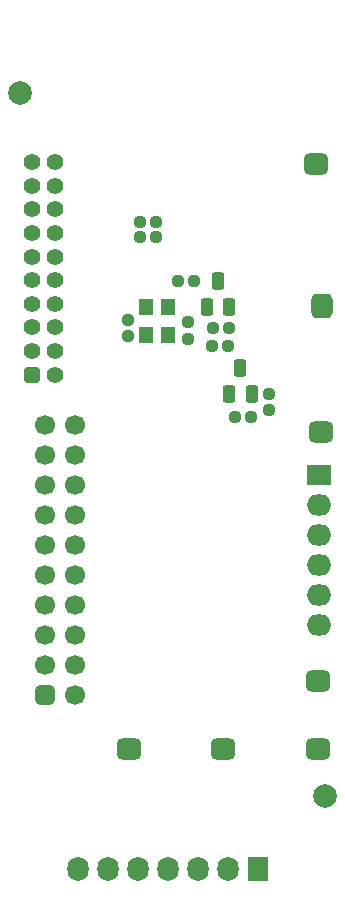
<source format=gbs>
G04*
G04 #@! TF.GenerationSoftware,Altium Limited,Altium Designer,23.3.1 (30)*
G04*
G04 Layer_Color=16711935*
%FSLAX44Y44*%
%MOMM*%
G71*
G04*
G04 #@! TF.SameCoordinates,DF4BE222-8F2C-4444-88BE-FDE14E9DB007*
G04*
G04*
G04 #@! TF.FilePolarity,Negative*
G04*
G01*
G75*
%ADD20C,2.0000*%
G04:AMPARAMS|DCode=21|XSize=0.95mm|YSize=0.95mm|CornerRadius=0.2625mm|HoleSize=0mm|Usage=FLASHONLY|Rotation=0.000|XOffset=0mm|YOffset=0mm|HoleType=Round|Shape=RoundedRectangle|*
%AMROUNDEDRECTD21*
21,1,0.9500,0.4250,0,0,0.0*
21,1,0.4250,0.9500,0,0,0.0*
1,1,0.5250,0.2125,-0.2125*
1,1,0.5250,-0.2125,-0.2125*
1,1,0.5250,-0.2125,0.2125*
1,1,0.5250,0.2125,0.2125*
%
%ADD21ROUNDEDRECTD21*%
G04:AMPARAMS|DCode=22|XSize=0.95mm|YSize=0.95mm|CornerRadius=0.2625mm|HoleSize=0mm|Usage=FLASHONLY|Rotation=90.000|XOffset=0mm|YOffset=0mm|HoleType=Round|Shape=RoundedRectangle|*
%AMROUNDEDRECTD22*
21,1,0.9500,0.4250,0,0,90.0*
21,1,0.4250,0.9500,0,0,90.0*
1,1,0.5250,0.2125,0.2125*
1,1,0.5250,0.2125,-0.2125*
1,1,0.5250,-0.2125,-0.2125*
1,1,0.5250,-0.2125,0.2125*
%
%ADD22ROUNDEDRECTD22*%
%ADD23O,1.8000X2.1000*%
%ADD24R,1.8000X2.1000*%
G04:AMPARAMS|DCode=25|XSize=1.8mm|YSize=2.1mm|CornerRadius=0.475mm|HoleSize=0mm|Usage=FLASHONLY|Rotation=90.000|XOffset=0mm|YOffset=0mm|HoleType=Round|Shape=RoundedRectangle|*
%AMROUNDEDRECTD25*
21,1,1.8000,1.1500,0,0,90.0*
21,1,0.8500,2.1000,0,0,90.0*
1,1,0.9500,0.5750,0.4250*
1,1,0.9500,0.5750,-0.4250*
1,1,0.9500,-0.5750,-0.4250*
1,1,0.9500,-0.5750,0.4250*
%
%ADD25ROUNDEDRECTD25*%
%ADD26O,2.1000X1.8000*%
%ADD27R,2.1000X1.8000*%
G04:AMPARAMS|DCode=28|XSize=1.8mm|YSize=2.1mm|CornerRadius=0.475mm|HoleSize=0mm|Usage=FLASHONLY|Rotation=180.000|XOffset=0mm|YOffset=0mm|HoleType=Round|Shape=RoundedRectangle|*
%AMROUNDEDRECTD28*
21,1,1.8000,1.1500,0,0,180.0*
21,1,0.8500,2.1000,0,0,180.0*
1,1,0.9500,-0.4250,0.5750*
1,1,0.9500,0.4250,0.5750*
1,1,0.9500,0.4250,-0.5750*
1,1,0.9500,-0.4250,-0.5750*
%
%ADD28ROUNDEDRECTD28*%
%ADD29C,1.4000*%
G04:AMPARAMS|DCode=30|XSize=1.4mm|YSize=1.4mm|CornerRadius=0.375mm|HoleSize=0mm|Usage=FLASHONLY|Rotation=90.000|XOffset=0mm|YOffset=0mm|HoleType=Round|Shape=RoundedRectangle|*
%AMROUNDEDRECTD30*
21,1,1.4000,0.6500,0,0,90.0*
21,1,0.6500,1.4000,0,0,90.0*
1,1,0.7500,0.3250,0.3250*
1,1,0.7500,0.3250,-0.3250*
1,1,0.7500,-0.3250,-0.3250*
1,1,0.7500,-0.3250,0.3250*
%
%ADD30ROUNDEDRECTD30*%
%ADD31C,0.1000*%
%ADD32C,1.7000*%
G04:AMPARAMS|DCode=33|XSize=1.7mm|YSize=1.7mm|CornerRadius=0.45mm|HoleSize=0mm|Usage=FLASHONLY|Rotation=90.000|XOffset=0mm|YOffset=0mm|HoleType=Round|Shape=RoundedRectangle|*
%AMROUNDEDRECTD33*
21,1,1.7000,0.8000,0,0,90.0*
21,1,0.8000,1.7000,0,0,90.0*
1,1,0.9000,0.4000,0.4000*
1,1,0.9000,0.4000,-0.4000*
1,1,0.9000,-0.4000,-0.4000*
1,1,0.9000,-0.4000,0.4000*
%
%ADD33ROUNDEDRECTD33*%
G04:AMPARAMS|DCode=48|XSize=1.1mm|YSize=1.5mm|CornerRadius=0.3mm|HoleSize=0mm|Usage=FLASHONLY|Rotation=180.000|XOffset=0mm|YOffset=0mm|HoleType=Round|Shape=RoundedRectangle|*
%AMROUNDEDRECTD48*
21,1,1.1000,0.9000,0,0,180.0*
21,1,0.5000,1.5000,0,0,180.0*
1,1,0.6000,-0.2500,0.4500*
1,1,0.6000,0.2500,0.4500*
1,1,0.6000,0.2500,-0.4500*
1,1,0.6000,-0.2500,-0.4500*
%
%ADD48ROUNDEDRECTD48*%
%ADD49R,1.1500X1.4000*%
D20*
X286000Y75000D02*
D03*
X28000Y670000D02*
D03*
D21*
X119000Y478000D02*
D03*
Y464000D02*
D03*
X170000Y462000D02*
D03*
Y476000D02*
D03*
X238750Y401500D02*
D03*
Y415500D02*
D03*
D22*
X175500Y510750D02*
D03*
X161500D02*
D03*
X191000Y471000D02*
D03*
X205000D02*
D03*
X190500Y456000D02*
D03*
X204500D02*
D03*
X143250Y561250D02*
D03*
X129250D02*
D03*
Y548250D02*
D03*
X143250D02*
D03*
X223750Y395750D02*
D03*
X209750D02*
D03*
D23*
X76800Y13000D02*
D03*
X102200D02*
D03*
X178400D02*
D03*
X203800D02*
D03*
X153000D02*
D03*
X127600D02*
D03*
D24*
X229200D02*
D03*
D25*
X280000Y172000D02*
D03*
X200000Y115000D02*
D03*
X120000D02*
D03*
X279000Y610000D02*
D03*
X282500Y383250D02*
D03*
X280000Y115000D02*
D03*
D26*
X281000Y244800D02*
D03*
Y270200D02*
D03*
Y321000D02*
D03*
Y295600D02*
D03*
Y219400D02*
D03*
D27*
Y346400D02*
D03*
D28*
X284000Y490000D02*
D03*
D29*
X57800Y611650D02*
D03*
X37800D02*
D03*
X57800Y591650D02*
D03*
X37800D02*
D03*
X57800Y571650D02*
D03*
X37800D02*
D03*
X57800Y551650D02*
D03*
X37800D02*
D03*
X57800Y531650D02*
D03*
X37800D02*
D03*
X57800Y511650D02*
D03*
X37800D02*
D03*
X57800Y491650D02*
D03*
X37800D02*
D03*
X57800Y471650D02*
D03*
X37800D02*
D03*
X57800Y451650D02*
D03*
X37800D02*
D03*
X57800Y431650D02*
D03*
D30*
X37800D02*
D03*
D31*
X260000Y730000D02*
D03*
Y40000D02*
D03*
X47500Y730000D02*
D03*
Y40000D02*
D03*
D32*
X74400Y160000D02*
D03*
X49000Y185400D02*
D03*
X74400D02*
D03*
X49000Y210800D02*
D03*
X74400D02*
D03*
X49000Y236200D02*
D03*
X74400D02*
D03*
X49000Y261600D02*
D03*
X74400D02*
D03*
X49000Y287000D02*
D03*
X74400D02*
D03*
X49000Y312400D02*
D03*
X74400D02*
D03*
X49000Y337800D02*
D03*
X74400D02*
D03*
X49000Y363200D02*
D03*
X74400D02*
D03*
X49000Y388600D02*
D03*
X74400D02*
D03*
D33*
X49000Y160000D02*
D03*
D48*
X195750Y510500D02*
D03*
X186250Y488500D02*
D03*
X205250D02*
D03*
X214500Y437500D02*
D03*
X205000Y415500D02*
D03*
X224000D02*
D03*
D49*
X153500Y488500D02*
D03*
X135000D02*
D03*
Y465500D02*
D03*
X153500D02*
D03*
M02*

</source>
